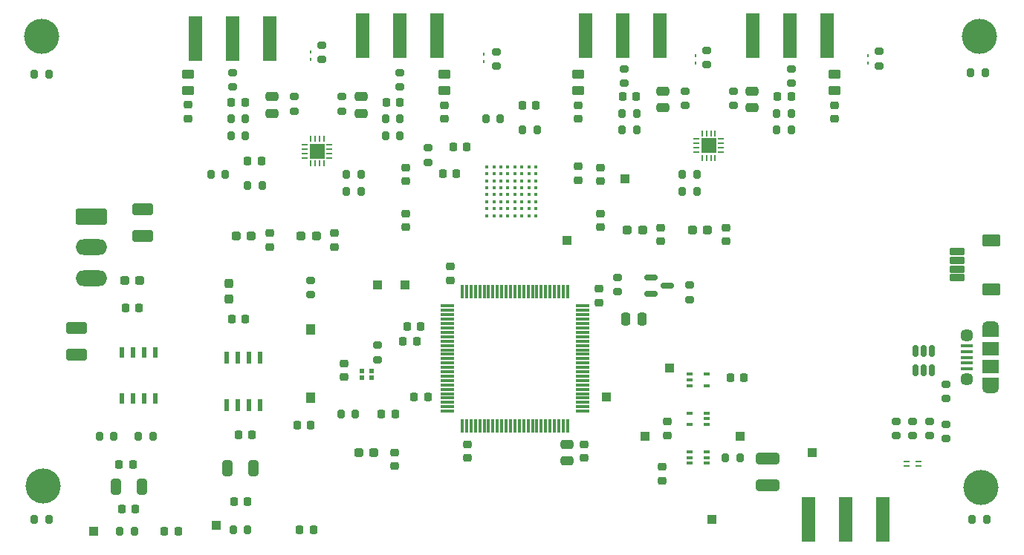
<source format=gbr>
%TF.GenerationSoftware,KiCad,Pcbnew,9.0.3*%
%TF.CreationDate,2025-08-10T07:11:57-04:00*%
%TF.ProjectId,NanoPulse,4e616e6f-5075-46c7-9365-2e6b69636164,Rev 1*%
%TF.SameCoordinates,Original*%
%TF.FileFunction,Soldermask,Top*%
%TF.FilePolarity,Negative*%
%FSLAX46Y46*%
G04 Gerber Fmt 4.6, Leading zero omitted, Abs format (unit mm)*
G04 Created by KiCad (PCBNEW 9.0.3) date 2025-08-10 07:11:57*
%MOMM*%
%LPD*%
G01*
G04 APERTURE LIST*
G04 Aperture macros list*
%AMRoundRect*
0 Rectangle with rounded corners*
0 $1 Rounding radius*
0 $2 $3 $4 $5 $6 $7 $8 $9 X,Y pos of 4 corners*
0 Add a 4 corners polygon primitive as box body*
4,1,4,$2,$3,$4,$5,$6,$7,$8,$9,$2,$3,0*
0 Add four circle primitives for the rounded corners*
1,1,$1+$1,$2,$3*
1,1,$1+$1,$4,$5*
1,1,$1+$1,$6,$7*
1,1,$1+$1,$8,$9*
0 Add four rect primitives between the rounded corners*
20,1,$1+$1,$2,$3,$4,$5,0*
20,1,$1+$1,$4,$5,$6,$7,0*
20,1,$1+$1,$6,$7,$8,$9,0*
20,1,$1+$1,$8,$9,$2,$3,0*%
G04 Aperture macros list end*
%ADD10RoundRect,0.237500X0.287500X0.237500X-0.287500X0.237500X-0.287500X-0.237500X0.287500X-0.237500X0*%
%ADD11R,1.000000X1.000000*%
%ADD12RoundRect,0.237500X-0.287500X-0.237500X0.287500X-0.237500X0.287500X0.237500X-0.287500X0.237500X0*%
%ADD13C,4.000000*%
%ADD14R,1.500000X5.080000*%
%ADD15RoundRect,0.102000X0.900000X-0.600000X0.900000X0.600000X-0.900000X0.600000X-0.900000X-0.600000X0*%
%ADD16RoundRect,0.102000X0.775000X-0.300000X0.775000X0.300000X-0.775000X0.300000X-0.775000X-0.300000X0*%
%ADD17RoundRect,0.250000X0.450000X-0.262500X0.450000X0.262500X-0.450000X0.262500X-0.450000X-0.262500X0*%
%ADD18RoundRect,0.200000X0.275000X-0.200000X0.275000X0.200000X-0.275000X0.200000X-0.275000X-0.200000X0*%
%ADD19RoundRect,0.200000X-0.200000X-0.275000X0.200000X-0.275000X0.200000X0.275000X-0.200000X0.275000X0*%
%ADD20RoundRect,0.200000X0.200000X0.275000X-0.200000X0.275000X-0.200000X-0.275000X0.200000X-0.275000X0*%
%ADD21RoundRect,0.200000X-0.275000X0.200000X-0.275000X-0.200000X0.275000X-0.200000X0.275000X0.200000X0*%
%ADD22RoundRect,0.100000X0.225000X0.100000X-0.225000X0.100000X-0.225000X-0.100000X0.225000X-0.100000X0*%
%ADD23RoundRect,0.062500X-0.062500X0.117500X-0.062500X-0.117500X0.062500X-0.117500X0.062500X0.117500X0*%
%ADD24RoundRect,0.218750X0.218750X0.256250X-0.218750X0.256250X-0.218750X-0.256250X0.218750X-0.256250X0*%
%ADD25RoundRect,0.225000X-0.250000X0.225000X-0.250000X-0.225000X0.250000X-0.225000X0.250000X0.225000X0*%
%ADD26RoundRect,0.225000X-0.225000X-0.250000X0.225000X-0.250000X0.225000X0.250000X-0.225000X0.250000X0*%
%ADD27R,0.533400X1.460500*%
%ADD28RoundRect,0.250000X-0.475000X0.250000X-0.475000X-0.250000X0.475000X-0.250000X0.475000X0.250000X0*%
%ADD29RoundRect,0.225000X0.225000X0.250000X-0.225000X0.250000X-0.225000X-0.250000X0.225000X-0.250000X0*%
%ADD30RoundRect,0.250000X-0.325000X-0.650000X0.325000X-0.650000X0.325000X0.650000X-0.325000X0.650000X0*%
%ADD31RoundRect,0.100000X-0.225000X-0.100000X0.225000X-0.100000X0.225000X0.100000X-0.225000X0.100000X0*%
%ADD32R,0.600000X0.500000*%
%ADD33RoundRect,0.225000X0.250000X-0.225000X0.250000X0.225000X-0.250000X0.225000X-0.250000X-0.225000X0*%
%ADD34R,0.254000X0.711200*%
%ADD35R,0.711200X0.254000*%
%ADD36R,1.752600X1.752600*%
%ADD37RoundRect,0.250000X0.475000X-0.250000X0.475000X0.250000X-0.475000X0.250000X-0.475000X-0.250000X0*%
%ADD38RoundRect,0.250000X-0.250000X-0.475000X0.250000X-0.475000X0.250000X0.475000X-0.250000X0.475000X0*%
%ADD39R,0.711200X0.279400*%
%ADD40RoundRect,0.250000X-1.550000X0.650000X-1.550000X-0.650000X1.550000X-0.650000X1.550000X0.650000X0*%
%ADD41O,3.600000X1.800000*%
%ADD42RoundRect,0.150000X-0.587500X-0.150000X0.587500X-0.150000X0.587500X0.150000X-0.587500X0.150000X0*%
%ADD43R,1.000000X1.250000*%
%ADD44R,0.482600X1.257300*%
%ADD45RoundRect,0.150000X-0.150000X0.512500X-0.150000X-0.512500X0.150000X-0.512500X0.150000X0.512500X0*%
%ADD46R,1.350000X0.400000*%
%ADD47O,1.900000X1.200000*%
%ADD48R,1.900000X1.200000*%
%ADD49C,1.450000*%
%ADD50R,1.900000X1.500000*%
%ADD51RoundRect,0.075000X-0.725000X-0.075000X0.725000X-0.075000X0.725000X0.075000X-0.725000X0.075000X0*%
%ADD52RoundRect,0.075000X-0.075000X-0.725000X0.075000X-0.725000X0.075000X0.725000X-0.075000X0.725000X0*%
%ADD53RoundRect,0.250000X0.945000X-0.420000X0.945000X0.420000X-0.945000X0.420000X-0.945000X-0.420000X0*%
%ADD54RoundRect,0.250000X-0.945000X0.420000X-0.945000X-0.420000X0.945000X-0.420000X0.945000X0.420000X0*%
%ADD55RoundRect,0.237500X-0.237500X0.287500X-0.237500X-0.287500X0.237500X-0.287500X0.237500X0.287500X0*%
%ADD56C,0.406400*%
%ADD57RoundRect,0.250000X-1.075000X0.400000X-1.075000X-0.400000X1.075000X-0.400000X1.075000X0.400000X0*%
%ADD58RoundRect,0.250000X-0.450000X0.262500X-0.450000X-0.262500X0.450000X-0.262500X0.450000X0.262500X0*%
G04 APERTURE END LIST*
D10*
%TO.C,FB15*%
X160309999Y-83184999D03*
X162059999Y-83184999D03*
%TD*%
D11*
%TO.C,TP20*%
X173990000Y-108585000D03*
%TD*%
D12*
%TO.C,FB1*%
X97395000Y-88900000D03*
X95645000Y-88900000D03*
%TD*%
D13*
%TO.C,H1*%
X193040000Y-61102817D03*
%TD*%
%TO.C,H2*%
X86217183Y-61102817D03*
%TD*%
%TO.C,H3*%
X86360000Y-112395000D03*
%TD*%
%TO.C,H4*%
X193182817Y-112537817D03*
%TD*%
D14*
%TO.C,J5*%
X173550000Y-116205000D03*
X182050000Y-116205000D03*
X177800000Y-116205000D03*
%TD*%
D15*
%TO.C,J7*%
X194375000Y-84330000D03*
X194375000Y-89930000D03*
D16*
X190500000Y-85630000D03*
X190500000Y-86630000D03*
X190500000Y-87630000D03*
X190500000Y-88630000D03*
%TD*%
D17*
%TO.C,R37*%
X102870000Y-65405000D03*
X102870000Y-67230000D03*
%TD*%
D18*
%TO.C,R44*%
X127000000Y-65215000D03*
X127000000Y-66865000D03*
%TD*%
D19*
%TO.C,R46*%
X107125000Y-76835000D03*
X105475000Y-76835000D03*
%TD*%
%TO.C,R47*%
X109410000Y-70485000D03*
X107760000Y-70485000D03*
%TD*%
%TO.C,R48*%
X111315000Y-78105000D03*
X109665000Y-78105000D03*
%TD*%
D20*
%TO.C,R49*%
X125350000Y-70485000D03*
X127000000Y-70485000D03*
%TD*%
%TO.C,R50*%
X107760000Y-72390000D03*
X109410000Y-72390000D03*
%TD*%
D19*
%TO.C,R51*%
X127000000Y-72390000D03*
X125350000Y-72390000D03*
%TD*%
D18*
%TO.C,R52*%
X114935000Y-67950000D03*
X114935000Y-69600000D03*
%TD*%
D21*
%TO.C,R53*%
X120400000Y-69600000D03*
X120400000Y-67950000D03*
%TD*%
D19*
%TO.C,R54*%
X122555000Y-76835000D03*
X120905000Y-76835000D03*
%TD*%
%TO.C,R55*%
X122555000Y-78740000D03*
X120905000Y-78740000D03*
%TD*%
D18*
%TO.C,R56*%
X171584999Y-64770000D03*
X171584999Y-66420000D03*
%TD*%
%TO.C,R57*%
X152534999Y-64770000D03*
X152534999Y-66420000D03*
%TD*%
D19*
%TO.C,R58*%
X138430000Y-70485000D03*
X136780000Y-70485000D03*
%TD*%
%TO.C,R59*%
X153994999Y-69850000D03*
X152344999Y-69850000D03*
%TD*%
%TO.C,R60*%
X142619999Y-71755000D03*
X140969999Y-71755000D03*
%TD*%
D20*
%TO.C,R61*%
X169934999Y-69850000D03*
X171584999Y-69850000D03*
%TD*%
%TO.C,R62*%
X152344999Y-71755000D03*
X153994999Y-71755000D03*
%TD*%
D19*
%TO.C,R63*%
X171584999Y-71755000D03*
X169934999Y-71755000D03*
%TD*%
D18*
%TO.C,R64*%
X159519999Y-67315000D03*
X159519999Y-68965000D03*
%TD*%
D21*
%TO.C,R65*%
X164984999Y-68965000D03*
X164984999Y-67315000D03*
%TD*%
D20*
%TO.C,R66*%
X159195000Y-78740000D03*
X160845000Y-78740000D03*
%TD*%
%TO.C,R67*%
X159195000Y-76835000D03*
X160845000Y-76835000D03*
%TD*%
D19*
%TO.C,R72*%
X165735000Y-109145000D03*
X164085000Y-109145000D03*
%TD*%
D11*
%TO.C,TP17*%
X165735000Y-106680000D03*
%TD*%
%TO.C,TP18*%
X157754412Y-98943440D03*
%TD*%
%TO.C,TP19*%
X154940000Y-106680000D03*
%TD*%
D22*
%TO.C,U18*%
X160020000Y-109780000D03*
X160020000Y-109130000D03*
X160020000Y-108480000D03*
X161920000Y-108480000D03*
X161920000Y-109130000D03*
X161920000Y-109780000D03*
%TD*%
D23*
%TO.C,D1*%
X136525000Y-63920000D03*
X136525000Y-63080000D03*
%TD*%
D24*
%TO.C,D9*%
X117145000Y-117368238D03*
X115570000Y-117368238D03*
%TD*%
D25*
%TO.C,C85*%
X157480000Y-105055000D03*
X157480000Y-106605000D03*
%TD*%
%TO.C,C31*%
X147955000Y-107630000D03*
X147955000Y-109180000D03*
%TD*%
D23*
%TO.C,D4*%
X160655000Y-64135000D03*
X160655000Y-63295000D03*
%TD*%
D26*
%TO.C,C5*%
X95004845Y-109906311D03*
X96554845Y-109906311D03*
%TD*%
D19*
%TO.C,R19*%
X108016576Y-117368238D03*
X109666576Y-117368238D03*
%TD*%
D14*
%TO.C,J3*%
X171450000Y-60960000D03*
X167200000Y-60960000D03*
X175700000Y-60960000D03*
%TD*%
D27*
%TO.C,U4*%
X107219476Y-103186988D03*
X108489476Y-103186988D03*
X109759476Y-103186988D03*
X111029476Y-103186988D03*
X111029476Y-97738688D03*
X109759476Y-97738688D03*
X108489476Y-97738688D03*
X107219476Y-97738688D03*
%TD*%
D28*
%TO.C,C26*%
X146050000Y-107635000D03*
X146050000Y-109535000D03*
%TD*%
D29*
%TO.C,C37*%
X116840000Y-105410000D03*
X115290000Y-105410000D03*
%TD*%
D30*
%TO.C,C2*%
X94649845Y-112446311D03*
X97599845Y-112446311D03*
%TD*%
D31*
%TO.C,U19*%
X160020000Y-99620000D03*
X160020000Y-100270000D03*
X160020000Y-100920000D03*
X161920000Y-100920000D03*
X161920000Y-99620000D03*
%TD*%
D32*
%TO.C,U9*%
X122640000Y-100045000D03*
X123740000Y-100045000D03*
X123740000Y-99245000D03*
X122640000Y-99245000D03*
%TD*%
D28*
%TO.C,C71*%
X156979998Y-67310000D03*
X156979998Y-69210000D03*
%TD*%
D14*
%TO.C,J4*%
X152400000Y-60960000D03*
X148150000Y-60960000D03*
X156650000Y-60960000D03*
%TD*%
D11*
%TO.C,TP8*%
X127605176Y-89465317D03*
%TD*%
D33*
%TO.C,C73*%
X149860000Y-77610000D03*
X149860000Y-76060000D03*
%TD*%
D29*
%TO.C,C61*%
X111218156Y-75259827D03*
X109668156Y-75259827D03*
%TD*%
D25*
%TO.C,C64*%
X127635000Y-81280000D03*
X127635000Y-82830000D03*
%TD*%
D34*
%TO.C,U13*%
X118340002Y-72771000D03*
X117840001Y-72771000D03*
X117340001Y-72771000D03*
X116840000Y-72771000D03*
D35*
X116193001Y-73417999D03*
X116193001Y-73918000D03*
X116193001Y-74418000D03*
X116193001Y-74918001D03*
D34*
X116840000Y-75565000D03*
X117340001Y-75565000D03*
X117840001Y-75565000D03*
X118340002Y-75565000D03*
D35*
X118987001Y-74918001D03*
X118987001Y-74418000D03*
X118987001Y-73918000D03*
X118987001Y-73417999D03*
D36*
X117590001Y-74168000D03*
%TD*%
D37*
%TO.C,C63*%
X122555000Y-69850000D03*
X122555000Y-67950000D03*
%TD*%
D25*
%TO.C,C30*%
X134682537Y-107598058D03*
X134682537Y-109148058D03*
%TD*%
%TO.C,C35*%
X120650000Y-98375000D03*
X120650000Y-99925000D03*
%TD*%
D23*
%TO.C,D3*%
X180340000Y-64135000D03*
X180340000Y-63295000D03*
%TD*%
%TO.C,D2*%
X116840000Y-63705000D03*
X116840000Y-62865000D03*
%TD*%
D33*
%TO.C,C32*%
X149656332Y-91433327D03*
X149656332Y-89883327D03*
%TD*%
D38*
%TO.C,C27*%
X152720000Y-93345000D03*
X154620000Y-93345000D03*
%TD*%
D11*
%TO.C,TP11*%
X146076418Y-84387514D03*
%TD*%
D14*
%TO.C,J2*%
X107950000Y-61312500D03*
X103700000Y-61312500D03*
X112200000Y-61312500D03*
%TD*%
D21*
%TO.C,R7*%
X181610000Y-62787500D03*
X181610000Y-64437500D03*
%TD*%
D11*
%TO.C,TP9*%
X150495000Y-102235000D03*
%TD*%
D33*
%TO.C,C33*%
X132715000Y-88900000D03*
X132715000Y-87350000D03*
%TD*%
D24*
%TO.C,D5*%
X101752500Y-117526311D03*
X100177500Y-117526311D03*
%TD*%
D39*
%TO.C,D13*%
X186093100Y-110067500D03*
X186093100Y-109592500D03*
X184746900Y-109592500D03*
X184746900Y-110067500D03*
%TD*%
D11*
%TO.C,TP7*%
X124430176Y-89465317D03*
%TD*%
D21*
%TO.C,R2*%
X118110000Y-62055000D03*
X118110000Y-63705000D03*
%TD*%
D40*
%TO.C,J6*%
X91832500Y-81645000D03*
D41*
X91832500Y-85145000D03*
X91832500Y-88645000D03*
%TD*%
D19*
%TO.C,R6*%
X192215000Y-116205000D03*
X193865000Y-116205000D03*
%TD*%
%TO.C,R26*%
X120270000Y-104140000D03*
X121920000Y-104140000D03*
%TD*%
D42*
%TO.C,Q1*%
X155605000Y-88585000D03*
X155605000Y-90485000D03*
X157480000Y-89535000D03*
%TD*%
D43*
%TO.C,SW1*%
X116840000Y-94550000D03*
X116840000Y-102300000D03*
%TD*%
D11*
%TO.C,TP1*%
X92109845Y-117526311D03*
%TD*%
D14*
%TO.C,J1*%
X127000000Y-60960000D03*
X122750000Y-60960000D03*
X131250000Y-60960000D03*
%TD*%
D19*
%TO.C,R11*%
X92744845Y-106731311D03*
X94394845Y-106731311D03*
%TD*%
D21*
%TO.C,R23*%
X183515000Y-105005000D03*
X183515000Y-106655000D03*
%TD*%
D25*
%TO.C,C67*%
X119535000Y-83540000D03*
X119535000Y-85090000D03*
%TD*%
D26*
%TO.C,C36*%
X124905000Y-104140000D03*
X126455000Y-104140000D03*
%TD*%
D11*
%TO.C,TP4*%
X106045000Y-116840000D03*
%TD*%
D29*
%TO.C,C60*%
X127000000Y-68580000D03*
X125450000Y-68580000D03*
%TD*%
%TO.C,C40*%
X133452958Y-76695731D03*
X131902958Y-76695731D03*
%TD*%
D11*
%TO.C,TP15*%
X152638719Y-77326806D03*
%TD*%
D20*
%TO.C,R5*%
X86995000Y-116205000D03*
X85345000Y-116205000D03*
%TD*%
D11*
%TO.C,TP10*%
X162560000Y-116205000D03*
%TD*%
D26*
%TO.C,C1*%
X95284845Y-114986311D03*
X96834845Y-114986311D03*
%TD*%
D25*
%TO.C,C66*%
X112155000Y-83540000D03*
X112155000Y-85090000D03*
%TD*%
D30*
%TO.C,C16*%
X107351576Y-110383238D03*
X110301576Y-110383238D03*
%TD*%
D25*
%TO.C,C51*%
X147320000Y-68935000D03*
X147320000Y-70485000D03*
%TD*%
D21*
%TO.C,R31*%
X189230000Y-100775000D03*
X189230000Y-102425000D03*
%TD*%
D29*
%TO.C,C34*%
X130175000Y-102235000D03*
X128625000Y-102235000D03*
%TD*%
D12*
%TO.C,FB7*%
X122315000Y-108585000D03*
X124065000Y-108585000D03*
%TD*%
D18*
%TO.C,R30*%
X160050000Y-91120000D03*
X160050000Y-89470000D03*
%TD*%
D19*
%TO.C,R3*%
X192025743Y-65211384D03*
X193675743Y-65211384D03*
%TD*%
D28*
%TO.C,C62*%
X112395000Y-67945000D03*
X112395000Y-69845000D03*
%TD*%
D26*
%TO.C,C59*%
X107810000Y-68580000D03*
X109360000Y-68580000D03*
%TD*%
D29*
%TO.C,C69*%
X171584999Y-67945000D03*
X170034999Y-67945000D03*
%TD*%
D21*
%TO.C,R33*%
X130242150Y-73801973D03*
X130242150Y-75451973D03*
%TD*%
%TO.C,R8*%
X161925000Y-62675000D03*
X161925000Y-64325000D03*
%TD*%
D29*
%TO.C,C29*%
X128905000Y-95885000D03*
X127355000Y-95885000D03*
%TD*%
D25*
%TO.C,C76*%
X164119999Y-82904999D03*
X164119999Y-84454999D03*
%TD*%
D26*
%TO.C,C68*%
X152394999Y-67945000D03*
X153944999Y-67945000D03*
%TD*%
D44*
%TO.C,U1*%
X95284845Y-102368861D03*
X96554845Y-102368861D03*
X97824845Y-102368861D03*
X99094845Y-102368861D03*
X99094845Y-97123761D03*
X97824845Y-97123761D03*
X96554845Y-97123761D03*
X95284845Y-97123761D03*
%TD*%
D21*
%TO.C,R32*%
X151795000Y-88580000D03*
X151795000Y-90230000D03*
%TD*%
D18*
%TO.C,R29*%
X116840000Y-90550000D03*
X116840000Y-88900000D03*
%TD*%
D25*
%TO.C,C45*%
X132080000Y-68909827D03*
X132080000Y-70459827D03*
%TD*%
D20*
%TO.C,R4*%
X86995000Y-65405000D03*
X85345000Y-65405000D03*
%TD*%
D45*
%TO.C,U8*%
X187640000Y-96937500D03*
X186690000Y-96937500D03*
X185740000Y-96937500D03*
X185740000Y-99212500D03*
X186690000Y-99212500D03*
X187640000Y-99212500D03*
%TD*%
D29*
%TO.C,C38*%
X134620000Y-73660000D03*
X133070000Y-73660000D03*
%TD*%
D25*
%TO.C,C53*%
X176530000Y-68935000D03*
X176530000Y-70485000D03*
%TD*%
%TO.C,C25*%
X126365000Y-108585000D03*
X126365000Y-110135000D03*
%TD*%
D46*
%TO.C,J8*%
X191610000Y-99010000D03*
X191610000Y-98360000D03*
X191610000Y-97710000D03*
X191610000Y-97060000D03*
X191610000Y-96410000D03*
D47*
X194310000Y-101210000D03*
D48*
X194310000Y-100610000D03*
D49*
X191610000Y-100210000D03*
D50*
X194310000Y-98710000D03*
X194310000Y-96710000D03*
D49*
X191610000Y-95210000D03*
D48*
X194310000Y-94810000D03*
D47*
X194310000Y-94210000D03*
%TD*%
D26*
%TO.C,C7*%
X95745000Y-92075000D03*
X97295000Y-92075000D03*
%TD*%
D29*
%TO.C,C28*%
X129371908Y-94202384D03*
X127821908Y-94202384D03*
%TD*%
D51*
%TO.C,U7*%
X132430000Y-91845000D03*
X132430000Y-92345000D03*
X132430000Y-92845000D03*
X132430000Y-93345000D03*
X132430000Y-93845000D03*
X132430000Y-94345000D03*
X132430000Y-94845000D03*
X132430000Y-95345000D03*
X132430000Y-95845000D03*
X132430000Y-96345000D03*
X132430000Y-96845000D03*
X132430000Y-97345000D03*
X132430000Y-97845000D03*
X132430000Y-98345000D03*
X132430000Y-98845000D03*
X132430000Y-99345000D03*
X132430000Y-99845000D03*
X132430000Y-100345000D03*
X132430000Y-100845000D03*
X132430000Y-101345000D03*
X132430000Y-101845000D03*
X132430000Y-102345000D03*
X132430000Y-102845000D03*
X132430000Y-103345000D03*
X132430000Y-103845000D03*
D52*
X134105000Y-105520000D03*
X134605000Y-105520000D03*
X135105000Y-105520000D03*
X135605000Y-105520000D03*
X136105000Y-105520000D03*
X136605000Y-105520000D03*
X137105000Y-105520000D03*
X137605000Y-105520000D03*
X138105000Y-105520000D03*
X138605000Y-105520000D03*
X139105000Y-105520000D03*
X139605000Y-105520000D03*
X140105000Y-105520000D03*
X140605000Y-105520000D03*
X141105000Y-105520000D03*
X141605000Y-105520000D03*
X142105000Y-105520000D03*
X142605000Y-105520000D03*
X143105000Y-105520000D03*
X143605000Y-105520000D03*
X144105000Y-105520000D03*
X144605000Y-105520000D03*
X145105000Y-105520000D03*
X145605000Y-105520000D03*
X146105000Y-105520000D03*
D51*
X147780000Y-103845000D03*
X147780000Y-103345000D03*
X147780000Y-102845000D03*
X147780000Y-102345000D03*
X147780000Y-101845000D03*
X147780000Y-101345000D03*
X147780000Y-100845000D03*
X147780000Y-100345000D03*
X147780000Y-99845000D03*
X147780000Y-99345000D03*
X147780000Y-98845000D03*
X147780000Y-98345000D03*
X147780000Y-97845000D03*
X147780000Y-97345000D03*
X147780000Y-96845000D03*
X147780000Y-96345000D03*
X147780000Y-95845000D03*
X147780000Y-95345000D03*
X147780000Y-94845000D03*
X147780000Y-94345000D03*
X147780000Y-93845000D03*
X147780000Y-93345000D03*
X147780000Y-92845000D03*
X147780000Y-92345000D03*
X147780000Y-91845000D03*
D52*
X146105000Y-90170000D03*
X145605000Y-90170000D03*
X145105000Y-90170000D03*
X144605000Y-90170000D03*
X144105000Y-90170000D03*
X143605000Y-90170000D03*
X143105000Y-90170000D03*
X142605000Y-90170000D03*
X142105000Y-90170000D03*
X141605000Y-90170000D03*
X141105000Y-90170000D03*
X140605000Y-90170000D03*
X140105000Y-90170000D03*
X139605000Y-90170000D03*
X139105000Y-90170000D03*
X138605000Y-90170000D03*
X138105000Y-90170000D03*
X137605000Y-90170000D03*
X137105000Y-90170000D03*
X136605000Y-90170000D03*
X136105000Y-90170000D03*
X135605000Y-90170000D03*
X135105000Y-90170000D03*
X134605000Y-90170000D03*
X134105000Y-90170000D03*
%TD*%
D19*
%TO.C,R12*%
X97189845Y-106731311D03*
X98839845Y-106731311D03*
%TD*%
D21*
%TO.C,R28*%
X189230000Y-105315000D03*
X189230000Y-106965000D03*
%TD*%
D26*
%TO.C,C10*%
X107836576Y-93345000D03*
X109386576Y-93345000D03*
%TD*%
D21*
%TO.C,R25*%
X187325000Y-105005000D03*
X187325000Y-106655000D03*
%TD*%
D25*
%TO.C,C74*%
X149860000Y-81280000D03*
X149860000Y-82830000D03*
%TD*%
%TO.C,C43*%
X102870000Y-68895000D03*
X102870000Y-70445000D03*
%TD*%
D53*
%TO.C,C13*%
X97669546Y-83847710D03*
X97669546Y-80767710D03*
%TD*%
D26*
%TO.C,C84*%
X164675055Y-100033732D03*
X166225055Y-100033732D03*
%TD*%
D29*
%TO.C,C14*%
X110135000Y-106573238D03*
X108585000Y-106573238D03*
%TD*%
D21*
%TO.C,R27*%
X124460000Y-96330000D03*
X124460000Y-97980000D03*
%TD*%
D25*
%TO.C,C75*%
X156739999Y-82905000D03*
X156739999Y-84455000D03*
%TD*%
D37*
%TO.C,C72*%
X167139999Y-69215000D03*
X167139999Y-67315000D03*
%TD*%
D19*
%TO.C,R9*%
X95094845Y-117526311D03*
X96744845Y-117526311D03*
%TD*%
D26*
%TO.C,C17*%
X108116576Y-114193238D03*
X109666576Y-114193238D03*
%TD*%
D34*
%TO.C,U14*%
X162925001Y-72135999D03*
X162425000Y-72135999D03*
X161925000Y-72135999D03*
X161424999Y-72135999D03*
D35*
X160778000Y-72782998D03*
X160778000Y-73282999D03*
X160778000Y-73782999D03*
X160778000Y-74283000D03*
D34*
X161424999Y-74929999D03*
X161925000Y-74929999D03*
X162425000Y-74929999D03*
X162925001Y-74929999D03*
D35*
X163572000Y-74283000D03*
X163572000Y-73782999D03*
X163572000Y-73282999D03*
X163572000Y-72782998D03*
D36*
X162175000Y-73532999D03*
%TD*%
D22*
%TO.C,U20*%
X161925000Y-105350000D03*
X161925000Y-104700000D03*
X161925000Y-104050000D03*
X160025000Y-104050000D03*
X160025000Y-105350000D03*
%TD*%
D25*
%TO.C,C83*%
X156845000Y-110210000D03*
X156845000Y-111760000D03*
%TD*%
D54*
%TO.C,C11*%
X90170000Y-94345000D03*
X90170000Y-97425000D03*
%TD*%
D55*
%TO.C,FB3*%
X107481576Y-89295000D03*
X107481576Y-91045000D03*
%TD*%
D29*
%TO.C,C70*%
X142523155Y-68909827D03*
X140973155Y-68909827D03*
%TD*%
D21*
%TO.C,R24*%
X185420000Y-105005000D03*
X185420000Y-106655000D03*
%TD*%
D56*
%TO.C,U10*%
X136900000Y-81540000D03*
X136900000Y-80740000D03*
X136900000Y-79940000D03*
X136900000Y-79140000D03*
X136900000Y-78340000D03*
X136900000Y-77540000D03*
X136900000Y-76740000D03*
X136900000Y-75940000D03*
X137700000Y-81540000D03*
X137700000Y-80740000D03*
X137700000Y-79940000D03*
X137700000Y-79140000D03*
X137700000Y-78340000D03*
X137700000Y-77540000D03*
X137700000Y-76740000D03*
X137700000Y-75940000D03*
X138500000Y-81540000D03*
X138500000Y-80740000D03*
X138500000Y-79940000D03*
X138500000Y-79140000D03*
X138500000Y-78340000D03*
X138500000Y-77540000D03*
X138500000Y-76740000D03*
X138500000Y-75940000D03*
X139300000Y-81540000D03*
X139300000Y-80740000D03*
X139300000Y-79940000D03*
X139300000Y-79140000D03*
X139300000Y-78340000D03*
X139300000Y-77540000D03*
X139300000Y-76740000D03*
X139300000Y-75940000D03*
X140100000Y-81540000D03*
X140100000Y-80740000D03*
X140100000Y-79940000D03*
X140100000Y-79140000D03*
X140100000Y-78340000D03*
X140100000Y-77540000D03*
X140100000Y-76740000D03*
X140100000Y-75940000D03*
X140900000Y-81540000D03*
X140900000Y-80740000D03*
X140900000Y-79940000D03*
X140900000Y-79140000D03*
X140900000Y-78340000D03*
X140900000Y-77540000D03*
X140900000Y-76740000D03*
X140900000Y-75940000D03*
X141700000Y-81540000D03*
X141700000Y-80740000D03*
X141700000Y-79940000D03*
X141700000Y-79140000D03*
X141700000Y-78340000D03*
X141700000Y-77540000D03*
X141700000Y-76740000D03*
X141700000Y-75940000D03*
X142500000Y-81540000D03*
X142500000Y-80740000D03*
X142500000Y-79940000D03*
X142500000Y-79140000D03*
X142500000Y-78340000D03*
X142500000Y-77540000D03*
X142500000Y-76740000D03*
X142500000Y-75940000D03*
%TD*%
D21*
%TO.C,R1*%
X137975000Y-62825000D03*
X137975000Y-64475000D03*
%TD*%
D33*
%TO.C,C65*%
X127635000Y-77610000D03*
X127635000Y-76060000D03*
%TD*%
%TO.C,C39*%
X147320000Y-77470000D03*
X147320000Y-75920000D03*
%TD*%
D10*
%TO.C,FB14*%
X154679999Y-83185000D03*
X152929999Y-83185000D03*
%TD*%
%TO.C,FB12*%
X110095000Y-83820000D03*
X108345000Y-83820000D03*
%TD*%
%TO.C,FB13*%
X117475000Y-83820000D03*
X115725000Y-83820000D03*
%TD*%
D57*
%TO.C,R71*%
X168910000Y-109220000D03*
X168910000Y-112320000D03*
%TD*%
D18*
%TO.C,R45*%
X107950000Y-66865000D03*
X107950000Y-65215000D03*
%TD*%
D17*
%TO.C,R41*%
X147320000Y-67230000D03*
X147320000Y-65405000D03*
%TD*%
D58*
%TO.C,R40*%
X176530000Y-65405000D03*
X176530000Y-67230000D03*
%TD*%
%TO.C,R36*%
X132080000Y-65405000D03*
X132080000Y-67230000D03*
%TD*%
M02*

</source>
